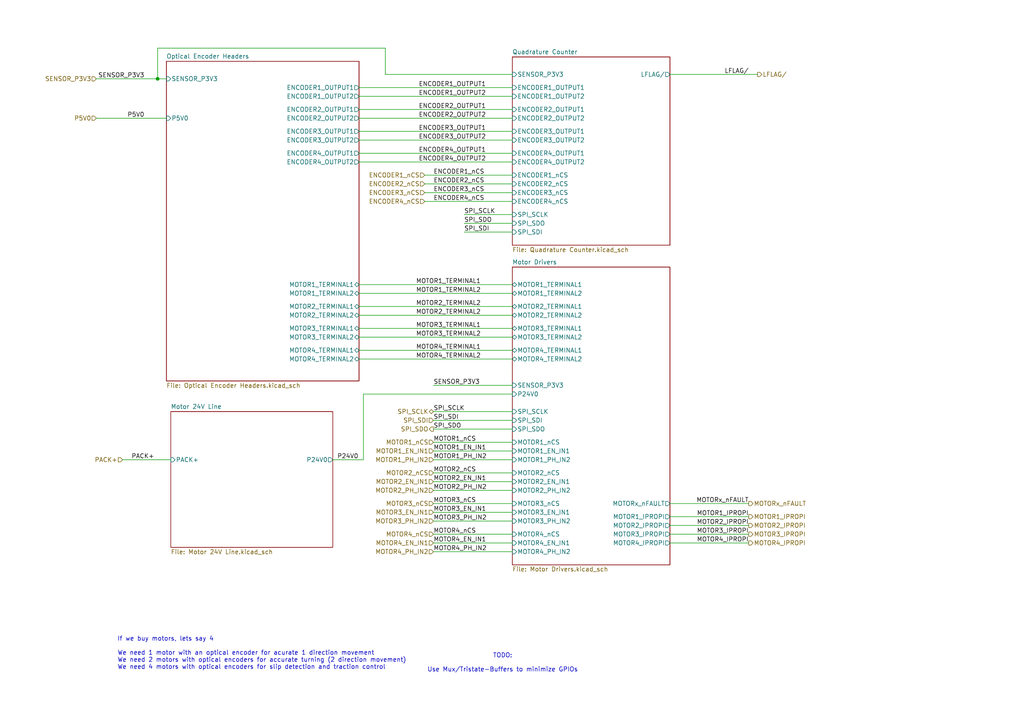
<source format=kicad_sch>
(kicad_sch
	(version 20250114)
	(generator "eeschema")
	(generator_version "9.0")
	(uuid "4991a986-9d09-4d9e-8471-32175883484a")
	(paper "A4")
	(lib_symbols)
	(text "TODO:\n\nUse Mux/Tristate-Buffers to minimize GPIOs"
		(exclude_from_sim no)
		(at 145.796 192.278 0)
		(effects
			(font
				(size 1.27 1.27)
			)
		)
		(uuid "6a83eb6b-1f0f-40a6-b3f0-25d28550323a")
	)
	(text "If we buy motors, lets say 4\n\nWe need 1 motor with an optical encoder for acurate 1 direction movement\nWe need 2 motors with optical encoders for accurate turning (2 direction movement)\nWe need 4 motors with optical encoders for slip detection and traction control"
		(exclude_from_sim no)
		(at 34.036 189.484 0)
		(effects
			(font
				(size 1.27 1.27)
			)
			(justify left)
		)
		(uuid "f35465f8-d1c9-4b7a-aa4e-541c0160a26d")
	)
	(junction
		(at 45.72 22.86)
		(diameter 0)
		(color 0 0 0 0)
		(uuid "3419bcc2-e27e-4f10-a850-2c764101b22e")
	)
	(wire
		(pts
			(xy 104.14 38.1) (xy 148.59 38.1)
		)
		(stroke
			(width 0)
			(type default)
		)
		(uuid "000fd51a-f307-41fb-9362-72de75732f55")
	)
	(wire
		(pts
			(xy 125.73 124.46) (xy 148.59 124.46)
		)
		(stroke
			(width 0)
			(type default)
		)
		(uuid "022cccd0-dd95-4675-bd8a-92feb1877e5c")
	)
	(wire
		(pts
			(xy 125.73 151.13) (xy 148.59 151.13)
		)
		(stroke
			(width 0)
			(type default)
		)
		(uuid "047f57c4-4582-4901-87a4-4c38c44cf897")
	)
	(wire
		(pts
			(xy 104.14 91.44) (xy 148.59 91.44)
		)
		(stroke
			(width 0)
			(type default)
		)
		(uuid "048b1ee7-b0ed-482f-b2fa-6e5cb43ef726")
	)
	(wire
		(pts
			(xy 27.94 34.29) (xy 48.26 34.29)
		)
		(stroke
			(width 0)
			(type default)
		)
		(uuid "089d1950-f881-4ff1-a065-6a2e00488dac")
	)
	(wire
		(pts
			(xy 134.62 64.77) (xy 148.59 64.77)
		)
		(stroke
			(width 0)
			(type default)
		)
		(uuid "093a2741-b083-4104-b8ed-0fcfaa82aa44")
	)
	(wire
		(pts
			(xy 45.72 13.97) (xy 111.76 13.97)
		)
		(stroke
			(width 0)
			(type default)
		)
		(uuid "2970bbb1-857e-4a45-9f9c-099ed880141d")
	)
	(wire
		(pts
			(xy 219.71 21.59) (xy 194.31 21.59)
		)
		(stroke
			(width 0)
			(type default)
		)
		(uuid "2ab6cc6e-6208-4e19-9c9b-85588775aeb6")
	)
	(wire
		(pts
			(xy 125.73 157.48) (xy 148.59 157.48)
		)
		(stroke
			(width 0)
			(type default)
		)
		(uuid "2ae57437-aa15-46da-a8ae-4bc0e0e33a5c")
	)
	(wire
		(pts
			(xy 125.73 146.05) (xy 148.59 146.05)
		)
		(stroke
			(width 0)
			(type default)
		)
		(uuid "2b05f6b9-3551-4570-9e5d-77cf4326d630")
	)
	(wire
		(pts
			(xy 123.19 55.88) (xy 148.59 55.88)
		)
		(stroke
			(width 0)
			(type default)
		)
		(uuid "2ecf0edc-c65b-4d3a-b9de-6c627a546299")
	)
	(wire
		(pts
			(xy 104.14 104.14) (xy 148.59 104.14)
		)
		(stroke
			(width 0)
			(type default)
		)
		(uuid "32f1d058-13bb-44b1-9dd5-42cdc75c7e4e")
	)
	(wire
		(pts
			(xy 104.14 97.79) (xy 148.59 97.79)
		)
		(stroke
			(width 0)
			(type default)
		)
		(uuid "3a5242a4-070c-47b0-9523-4a87cdc3b631")
	)
	(wire
		(pts
			(xy 45.72 13.97) (xy 45.72 22.86)
		)
		(stroke
			(width 0)
			(type default)
		)
		(uuid "3a78a50c-3f92-463e-b286-1670a510536f")
	)
	(wire
		(pts
			(xy 104.14 85.09) (xy 148.59 85.09)
		)
		(stroke
			(width 0)
			(type default)
		)
		(uuid "3bd9fc62-85d0-41f5-ae0b-84cc9413cb4b")
	)
	(wire
		(pts
			(xy 125.73 160.02) (xy 148.59 160.02)
		)
		(stroke
			(width 0)
			(type default)
		)
		(uuid "42a41212-ca3e-4505-9ad5-e323ec90e9ad")
	)
	(wire
		(pts
			(xy 123.19 53.34) (xy 148.59 53.34)
		)
		(stroke
			(width 0)
			(type default)
		)
		(uuid "4468fb1f-d3f1-4574-a295-7d8ac57bf91e")
	)
	(wire
		(pts
			(xy 104.14 95.25) (xy 148.59 95.25)
		)
		(stroke
			(width 0)
			(type default)
		)
		(uuid "4f01ab1c-ea0f-4df0-b068-d50fc0f14ca4")
	)
	(wire
		(pts
			(xy 125.73 128.27) (xy 148.59 128.27)
		)
		(stroke
			(width 0)
			(type default)
		)
		(uuid "4fda8030-435d-4283-945b-1a618f090174")
	)
	(wire
		(pts
			(xy 125.73 119.38) (xy 148.59 119.38)
		)
		(stroke
			(width 0)
			(type default)
		)
		(uuid "5415f94e-3049-4db5-a462-a072725fc56a")
	)
	(wire
		(pts
			(xy 125.73 121.92) (xy 148.59 121.92)
		)
		(stroke
			(width 0)
			(type default)
		)
		(uuid "5a7b0b4f-73e7-4ef4-b0f1-33dbdf63f823")
	)
	(wire
		(pts
			(xy 123.19 50.8) (xy 148.59 50.8)
		)
		(stroke
			(width 0)
			(type default)
		)
		(uuid "605835d0-ee82-41bc-a80b-7d9d32d6e185")
	)
	(wire
		(pts
			(xy 104.14 34.29) (xy 148.59 34.29)
		)
		(stroke
			(width 0)
			(type default)
		)
		(uuid "60e345c6-6f41-4478-8185-64a9742e6884")
	)
	(wire
		(pts
			(xy 194.31 152.4) (xy 217.17 152.4)
		)
		(stroke
			(width 0)
			(type default)
		)
		(uuid "6823aba5-5bb2-4b0e-aa36-5396383c7465")
	)
	(wire
		(pts
			(xy 111.76 13.97) (xy 111.76 21.59)
		)
		(stroke
			(width 0)
			(type default)
		)
		(uuid "751f224d-4a69-4a3d-867b-b4db84ead5e0")
	)
	(wire
		(pts
			(xy 123.19 58.42) (xy 148.59 58.42)
		)
		(stroke
			(width 0)
			(type default)
		)
		(uuid "75f1814e-25d1-4801-911c-2a6f9a1f7a1e")
	)
	(wire
		(pts
			(xy 194.31 157.48) (xy 217.17 157.48)
		)
		(stroke
			(width 0)
			(type default)
		)
		(uuid "766d5558-eaf0-4391-b721-250efad70796")
	)
	(wire
		(pts
			(xy 104.14 88.9) (xy 148.59 88.9)
		)
		(stroke
			(width 0)
			(type default)
		)
		(uuid "7bc73527-d85f-49e9-b994-ae7fca74d82d")
	)
	(wire
		(pts
			(xy 125.73 130.81) (xy 148.59 130.81)
		)
		(stroke
			(width 0)
			(type default)
		)
		(uuid "7dd3545a-6694-4425-96a2-1e0e6bc5320c")
	)
	(wire
		(pts
			(xy 105.41 114.3) (xy 148.59 114.3)
		)
		(stroke
			(width 0)
			(type default)
		)
		(uuid "81d7431d-fa6b-4ff0-9660-ced8059629ea")
	)
	(wire
		(pts
			(xy 27.94 22.86) (xy 45.72 22.86)
		)
		(stroke
			(width 0)
			(type default)
		)
		(uuid "88305302-3230-4aad-ac00-3d57b8871bc9")
	)
	(wire
		(pts
			(xy 104.14 82.55) (xy 148.59 82.55)
		)
		(stroke
			(width 0)
			(type default)
		)
		(uuid "8fad9d72-94e9-4ee2-9911-b2f6b73bce80")
	)
	(wire
		(pts
			(xy 104.14 25.4) (xy 148.59 25.4)
		)
		(stroke
			(width 0)
			(type default)
		)
		(uuid "957e4d2c-b58b-468c-991c-11a084ebe563")
	)
	(wire
		(pts
			(xy 194.31 149.86) (xy 217.17 149.86)
		)
		(stroke
			(width 0)
			(type default)
		)
		(uuid "965596b9-d61f-4de9-a68e-f42334ae47c3")
	)
	(wire
		(pts
			(xy 125.73 111.76) (xy 148.59 111.76)
		)
		(stroke
			(width 0)
			(type default)
		)
		(uuid "a1b65faf-d2a0-487b-8729-9ad1460fce0d")
	)
	(wire
		(pts
			(xy 104.14 44.45) (xy 148.59 44.45)
		)
		(stroke
			(width 0)
			(type default)
		)
		(uuid "a9cd6c78-36eb-40a7-a57e-8101909ca647")
	)
	(wire
		(pts
			(xy 104.14 27.94) (xy 148.59 27.94)
		)
		(stroke
			(width 0)
			(type default)
		)
		(uuid "ab653d37-60e7-49f8-94d5-1d693fdc40b7")
	)
	(wire
		(pts
			(xy 45.72 22.86) (xy 48.26 22.86)
		)
		(stroke
			(width 0)
			(type default)
		)
		(uuid "aba86a02-274b-4b9a-87b7-abdcab234a31")
	)
	(wire
		(pts
			(xy 125.73 137.16) (xy 148.59 137.16)
		)
		(stroke
			(width 0)
			(type default)
		)
		(uuid "ad551c9f-179b-4a29-b597-71664ed8f1dc")
	)
	(wire
		(pts
			(xy 105.41 114.3) (xy 105.41 133.35)
		)
		(stroke
			(width 0)
			(type default)
		)
		(uuid "b08dcd69-dc82-4350-a559-45095ccefe08")
	)
	(wire
		(pts
			(xy 134.62 67.31) (xy 148.59 67.31)
		)
		(stroke
			(width 0)
			(type default)
		)
		(uuid "bfe5bee1-4781-4517-870b-01101bc64053")
	)
	(wire
		(pts
			(xy 125.73 139.7) (xy 148.59 139.7)
		)
		(stroke
			(width 0)
			(type default)
		)
		(uuid "c38449ca-603e-4a12-8ceb-5e80fdcf895b")
	)
	(wire
		(pts
			(xy 104.14 40.64) (xy 148.59 40.64)
		)
		(stroke
			(width 0)
			(type default)
		)
		(uuid "c63839cc-63cd-4598-aea5-26c422d6ace0")
	)
	(wire
		(pts
			(xy 125.73 148.59) (xy 148.59 148.59)
		)
		(stroke
			(width 0)
			(type default)
		)
		(uuid "c94e321a-41f7-4274-86fb-6c5dd713b021")
	)
	(wire
		(pts
			(xy 194.31 154.94) (xy 217.17 154.94)
		)
		(stroke
			(width 0)
			(type default)
		)
		(uuid "ce712094-ca9e-449f-90de-318a1394cbbb")
	)
	(wire
		(pts
			(xy 104.14 31.75) (xy 148.59 31.75)
		)
		(stroke
			(width 0)
			(type default)
		)
		(uuid "d0625633-3c2a-4da7-b3f3-924c7fb1446e")
	)
	(wire
		(pts
			(xy 104.14 101.6) (xy 148.59 101.6)
		)
		(stroke
			(width 0)
			(type default)
		)
		(uuid "d916d5c2-beaf-4ed2-9446-c98ae12811d1")
	)
	(wire
		(pts
			(xy 105.41 133.35) (xy 96.52 133.35)
		)
		(stroke
			(width 0)
			(type default)
		)
		(uuid "dc8db895-83d7-4e2d-82d6-4fa960de9ab1")
	)
	(wire
		(pts
			(xy 125.73 154.94) (xy 148.59 154.94)
		)
		(stroke
			(width 0)
			(type default)
		)
		(uuid "dfcf66dd-f22d-4add-be0e-afde6b101cc9")
	)
	(wire
		(pts
			(xy 125.73 142.24) (xy 148.59 142.24)
		)
		(stroke
			(width 0)
			(type default)
		)
		(uuid "e52300df-4a9b-41d9-8004-2ed0daa726ca")
	)
	(wire
		(pts
			(xy 111.76 21.59) (xy 148.59 21.59)
		)
		(stroke
			(width 0)
			(type default)
		)
		(uuid "e551a7a5-e033-41b9-ae59-71aa2f746eec")
	)
	(wire
		(pts
			(xy 134.62 62.23) (xy 148.59 62.23)
		)
		(stroke
			(width 0)
			(type default)
		)
		(uuid "ed0184da-24dd-4d98-917d-e160502f725b")
	)
	(wire
		(pts
			(xy 35.56 133.35) (xy 49.53 133.35)
		)
		(stroke
			(width 0)
			(type default)
		)
		(uuid "ed63d4ad-5c78-4d75-a80a-b71069ab48c9")
	)
	(wire
		(pts
			(xy 104.14 46.99) (xy 148.59 46.99)
		)
		(stroke
			(width 0)
			(type default)
		)
		(uuid "f190514e-6668-46d4-83bf-d5af27118fd1")
	)
	(wire
		(pts
			(xy 125.73 133.35) (xy 148.59 133.35)
		)
		(stroke
			(width 0)
			(type default)
		)
		(uuid "f8dcb3c6-cbcc-4a9e-9a1f-aef195e53096")
	)
	(wire
		(pts
			(xy 194.31 146.05) (xy 217.17 146.05)
		)
		(stroke
			(width 0)
			(type default)
		)
		(uuid "fc3d4272-037f-48f0-9056-bf003fa9222f")
	)
	(label "MOTORx_nFAULT"
		(at 217.17 146.05 180)
		(effects
			(font
				(size 1.27 1.27)
			)
			(justify right bottom)
		)
		(uuid "028b815a-eba8-4b80-a7bf-0a6651176087")
	)
	(label "ENCODER3_OUTPUT2"
		(at 140.97 40.64 180)
		(effects
			(font
				(size 1.27 1.27)
			)
			(justify right bottom)
		)
		(uuid "0684e784-2672-4be2-ac2d-ba951a7c4de8")
	)
	(label "SPI_SDO"
		(at 125.73 124.46 0)
		(effects
			(font
				(size 1.27 1.27)
			)
			(justify left bottom)
		)
		(uuid "0e15c5cb-3161-40d0-b871-9f649e0ad22a")
	)
	(label "MOTOR4_nCS"
		(at 125.73 154.94 0)
		(effects
			(font
				(size 1.27 1.27)
			)
			(justify left bottom)
		)
		(uuid "12297a74-6857-429f-827a-a0cb4ecf5767")
	)
	(label "MOTOR3_IPROPI"
		(at 217.17 154.94 180)
		(effects
			(font
				(size 1.27 1.27)
			)
			(justify right bottom)
		)
		(uuid "20323d98-1dc6-4ae6-9bd9-047772b136ea")
	)
	(label "MOTOR2_nCS"
		(at 125.73 137.16 0)
		(effects
			(font
				(size 1.27 1.27)
			)
			(justify left bottom)
		)
		(uuid "31185220-cb2a-45e1-9298-04f2cbe62de9")
	)
	(label "ENCODER2_nCS"
		(at 125.73 53.34 0)
		(effects
			(font
				(size 1.27 1.27)
			)
			(justify left bottom)
		)
		(uuid "32387627-0550-424e-8101-545a1aecd3ec")
	)
	(label "ENCODER1_OUTPUT1"
		(at 140.97 25.4 180)
		(effects
			(font
				(size 1.27 1.27)
			)
			(justify right bottom)
		)
		(uuid "34f9bcdb-90e9-4999-9881-d8afb215d143")
	)
	(label "ENCODER4_OUTPUT1"
		(at 140.97 44.45 180)
		(effects
			(font
				(size 1.27 1.27)
			)
			(justify right bottom)
		)
		(uuid "3a4d0844-d24e-4c9c-916a-b5e3fa4c39af")
	)
	(label "ENCODER4_OUTPUT2"
		(at 140.97 46.99 180)
		(effects
			(font
				(size 1.27 1.27)
			)
			(justify right bottom)
		)
		(uuid "3de280ca-1a4c-43c0-b3f7-4ce042ef52c6")
	)
	(label "P5V0"
		(at 41.91 34.29 180)
		(effects
			(font
				(size 1.27 1.27)
			)
			(justify right bottom)
		)
		(uuid "4c207c98-a8e1-4932-af34-67aedd494c40")
	)
	(label "SPI_SDO"
		(at 134.62 64.77 0)
		(effects
			(font
				(size 1.27 1.27)
			)
			(justify left bottom)
		)
		(uuid "4f8c263a-0f78-44d9-bfd2-5efedaf87ced")
	)
	(label "ENCODER3_nCS"
		(at 125.73 55.88 0)
		(effects
			(font
				(size 1.27 1.27)
			)
			(justify left bottom)
		)
		(uuid "504e990c-ff54-4f99-81a4-8b79e8994551")
	)
	(label "MOTOR1_IPROPI"
		(at 217.17 149.86 180)
		(effects
			(font
				(size 1.27 1.27)
			)
			(justify right bottom)
		)
		(uuid "571668fc-c9a4-46c8-b983-31c2107d336a")
	)
	(label "SPI_SCLK"
		(at 125.73 119.38 0)
		(effects
			(font
				(size 1.27 1.27)
			)
			(justify left bottom)
		)
		(uuid "63a02050-18b0-40f4-895c-b4a8dd602456")
	)
	(label "MOTOR4_PH_IN2"
		(at 125.73 160.02 0)
		(effects
			(font
				(size 1.27 1.27)
			)
			(justify left bottom)
		)
		(uuid "69737e16-1e72-4feb-a9f9-41946e0f85cd")
	)
	(label "ENCODER2_OUTPUT1"
		(at 140.97 31.75 180)
		(effects
			(font
				(size 1.27 1.27)
			)
			(justify right bottom)
		)
		(uuid "6e8c5ae4-fce9-46c3-bc11-1b86650b3112")
	)
	(label "SPI_SCLK"
		(at 134.62 62.23 0)
		(effects
			(font
				(size 1.27 1.27)
			)
			(justify left bottom)
		)
		(uuid "78d817e0-e008-4c1b-b093-4f7fbed92eba")
	)
	(label "MOTOR1_TERMINAL1"
		(at 120.65 82.55 0)
		(effects
			(font
				(size 1.27 1.27)
			)
			(justify left bottom)
		)
		(uuid "87e4b38b-e781-4eaf-950d-bf8ca4a6ece2")
	)
	(label "MOTOR1_nCS"
		(at 125.73 128.27 0)
		(effects
			(font
				(size 1.27 1.27)
			)
			(justify left bottom)
		)
		(uuid "88fa16e6-dbd6-4af1-a1b4-8882ff3c4974")
	)
	(label "SPI_SDI"
		(at 134.62 67.31 0)
		(effects
			(font
				(size 1.27 1.27)
			)
			(justify left bottom)
		)
		(uuid "8aacee65-cb50-4f31-b8be-0084857bebfd")
	)
	(label "MOTOR2_EN_IN1"
		(at 125.73 139.7 0)
		(effects
			(font
				(size 1.27 1.27)
			)
			(justify left bottom)
		)
		(uuid "8e8cb18d-9b27-4c66-8e5a-8eec287dd054")
	)
	(label "LFLAG{slash}"
		(at 217.17 21.59 180)
		(effects
			(font
				(size 1.27 1.27)
			)
			(justify right bottom)
		)
		(uuid "94168781-ba32-4d09-a73d-8e332a68dc91")
	)
	(label "ENCODER3_OUTPUT1"
		(at 140.97 38.1 180)
		(effects
			(font
				(size 1.27 1.27)
			)
			(justify right bottom)
		)
		(uuid "9a1ef88b-b5b3-4133-b066-cd976b10b613")
	)
	(label "SENSOR_P3V3"
		(at 41.91 22.86 180)
		(effects
			(font
				(size 1.27 1.27)
			)
			(justify right bottom)
		)
		(uuid "9bb9605e-9520-4c0f-b2a9-8954fddb7caf")
	)
	(label "P24V0"
		(at 97.79 133.35 0)
		(effects
			(font
				(size 1.27 1.27)
			)
			(justify left bottom)
		)
		(uuid "a1caf3d0-fa70-41e1-b252-fdabefd1a7df")
	)
	(label "MOTOR2_TERMINAL2"
		(at 120.65 88.9 0)
		(effects
			(font
				(size 1.27 1.27)
			)
			(justify left bottom)
		)
		(uuid "a34918f7-8761-4b13-80f2-fe0cc60f755f")
	)
	(label "SENSOR_P3V3"
		(at 125.73 111.76 0)
		(effects
			(font
				(size 1.27 1.27)
			)
			(justify left bottom)
		)
		(uuid "a525bf2d-aceb-4910-aa5d-9bd89dc5cd8c")
	)
	(label "MOTOR1_EN_IN1"
		(at 125.73 130.81 0)
		(effects
			(font
				(size 1.27 1.27)
			)
			(justify left bottom)
		)
		(uuid "a88d8e47-d2e5-4f23-85ba-a194f31039fe")
	)
	(label "MOTOR2_IPROPI"
		(at 217.17 152.4 180)
		(effects
			(font
				(size 1.27 1.27)
			)
			(justify right bottom)
		)
		(uuid "a9045720-2215-45b2-a1f5-3910f3e65888")
	)
	(label "MOTOR3_nCS"
		(at 125.73 146.05 0)
		(effects
			(font
				(size 1.27 1.27)
			)
			(justify left bottom)
		)
		(uuid "ab469efc-c1cd-444c-aaac-6c0c766de98a")
	)
	(label "ENCODER1_nCS"
		(at 125.73 50.8 0)
		(effects
			(font
				(size 1.27 1.27)
			)
			(justify left bottom)
		)
		(uuid "af67ed2d-07d2-4598-aa15-c5ad493e5c63")
	)
	(label "MOTOR4_TERMINAL1"
		(at 120.65 101.6 0)
		(effects
			(font
				(size 1.27 1.27)
			)
			(justify left bottom)
		)
		(uuid "b85efd4b-1123-4405-a880-4c32ca3665b0")
	)
	(label "MOTOR4_TERMINAL2"
		(at 120.65 104.14 0)
		(effects
			(font
				(size 1.27 1.27)
			)
			(justify left bottom)
		)
		(uuid "ca19d3b5-2065-4bc8-8703-4d0aa008e5a5")
	)
	(label "MOTOR2_PH_IN2"
		(at 125.73 142.24 0)
		(effects
			(font
				(size 1.27 1.27)
			)
			(justify left bottom)
		)
		(uuid "d867b444-a1b1-40aa-b644-d268d0ca0371")
	)
	(label "ENCODER4_nCS"
		(at 125.73 58.42 0)
		(effects
			(font
				(size 1.27 1.27)
			)
			(justify left bottom)
		)
		(uuid "d95da15a-2516-443c-b08f-c52edc1b7b30")
	)
	(label "MOTOR4_IPROPI"
		(at 217.17 157.48 180)
		(effects
			(font
				(size 1.27 1.27)
			)
			(justify right bottom)
		)
		(uuid "da430ace-28c1-4e04-b660-04d19bd67e26")
	)
	(label "ENCODER2_OUTPUT2"
		(at 140.97 34.29 180)
		(effects
			(font
				(size 1.27 1.27)
			)
			(justify right bottom)
		)
		(uuid "dc0439e8-4159-473e-b240-c84dcec8b10c")
	)
	(label "MOTOR1_PH_IN2"
		(at 125.73 133.35 0)
		(effects
			(font
				(size 1.27 1.27)
			)
			(justify left bottom)
		)
		(uuid "decbbec2-ef45-4564-b873-e64f90e957d2")
	)
	(label "SPI_SDI"
		(at 125.73 121.92 0)
		(effects
			(font
				(size 1.27 1.27)
			)
			(justify left bottom)
		)
		(uuid "e167187f-587f-4c93-9c47-0d602e6c4a7a")
	)
	(label "MOTOR3_TERMINAL2"
		(at 120.65 97.79 0)
		(effects
			(font
				(size 1.27 1.27)
			)
			(justify left bottom)
		)
		(uuid "e43d1fff-56b5-4c38-8757-c14897894125")
	)
	(label "MOTOR4_EN_IN1"
		(at 125.73 157.48 0)
		(effects
			(font
				(size 1.27 1.27)
			)
			(justify left bottom)
		)
		(uuid "e5e6bbc4-4aff-4ac1-9739-267dfd05418f")
	)
	(label "PACK+"
		(at 38.1 133.35 0)
		(effects
			(font
				(size 1.27 1.27)
			)
			(justify left bottom)
		)
		(uuid "e669ffbc-0abc-4379-b427-fc0740188ed6")
	)
	(label "MOTOR2_TERMINAL2"
		(at 120.65 91.44 0)
		(effects
			(font
				(size 1.27 1.27)
			)
			(justify left bottom)
		)
		(uuid "e78a75af-c8db-4a31-9ebd-66bb63a12f11")
	)
	(label "MOTOR3_EN_IN1"
		(at 125.73 148.59 0)
		(effects
			(font
				(size 1.27 1.27)
			)
			(justify left bottom)
		)
		(uuid "ee58bec8-dd85-48db-959f-a629743db92e")
	)
	(label "MOTOR3_PH_IN2"
		(at 125.73 151.13 0)
		(effects
			(font
				(size 1.27 1.27)
			)
			(justify left bottom)
		)
		(uuid "f42d51ac-c95d-4796-9d70-1646d2c0c108")
	)
	(label "ENCODER1_OUTPUT2"
		(at 140.97 27.94 180)
		(effects
			(font
				(size 1.27 1.27)
			)
			(justify right bottom)
		)
		(uuid "f75e44bd-4199-46c8-a243-6896c53ec3ad")
	)
	(label "MOTOR3_TERMINAL1"
		(at 120.65 95.25 0)
		(effects
			(font
				(size 1.27 1.27)
			)
			(justify left bottom)
		)
		(uuid "f81aa3ba-d4e1-421f-b077-2b7bd5f7bcc8")
	)
	(label "MOTOR1_TERMINAL2"
		(at 120.65 85.09 0)
		(effects
			(font
				(size 1.27 1.27)
			)
			(justify left bottom)
		)
		(uuid "fdefe516-6a0f-4ad9-9f18-72896965d9ac")
	)
	(hierarchical_label "MOTOR1_nCS"
		(shape input)
		(at 125.73 128.27 180)
		(effects
			(font
				(size 1.27 1.27)
			)
			(justify right)
		)
		(uuid "05b7916f-2989-45e7-88c8-b41748ea3485")
	)
	(hierarchical_label "SPI_SDI"
		(shape input)
		(at 125.73 121.92 180)
		(effects
			(font
				(size 1.27 1.27)
			)
			(justify right)
		)
		(uuid "07ee3fb7-8cf6-4b3d-914f-cd535bdef8ff")
	)
	(hierarchical_label "MOTOR2_PH_IN2"
		(shape input)
		(at 125.73 142.24 180)
		(effects
			(font
				(size 1.27 1.27)
			)
			(justify right)
		)
		(uuid "12a958d1-fd07-4d3a-ad52-0d338c1bf8d4")
	)
	(hierarchical_label "MOTOR3_EN_IN1"
		(shape input)
		(at 125.73 148.59 180)
		(effects
			(font
				(size 1.27 1.27)
			)
			(justify right)
		)
		(uuid "1498ae1c-ccce-4367-98a8-fdd2a4e8b273")
	)
	(hierarchical_label "MOTORx_nFAULT"
		(shape output)
		(at 217.17 146.05 0)
		(effects
			(font
				(size 1.27 1.27)
			)
			(justify left)
		)
		(uuid "1c911653-a172-4e24-a07d-4b543163ef47")
	)
	(hierarchical_label "LFLAG{slash}"
		(shape output)
		(at 219.71 21.59 0)
		(effects
			(font
				(size 1.27 1.27)
			)
			(justify left)
		)
		(uuid "1e24d10d-e65f-42e3-b468-bd18b1eaf45e")
	)
	(hierarchical_label "SENSOR_P3V3"
		(shape input)
		(at 27.94 22.86 180)
		(effects
			(font
				(size 1.27 1.27)
			)
			(justify right)
		)
		(uuid "206193e6-f106-4446-a897-cf48a5b2727b")
	)
	(hierarchical_label "ENCODER2_nCS"
		(shape input)
		(at 123.19 53.34 180)
		(effects
			(font
				(size 1.27 1.27)
			)
			(justify right)
		)
		(uuid "2807c859-af0c-4126-a30a-fe50adc85974")
	)
	(hierarchical_label "MOTOR3_PH_IN2"
		(shape input)
		(at 125.73 151.13 180)
		(effects
			(font
				(size 1.27 1.27)
			)
			(justify right)
		)
		(uuid "2b9ab3c4-15db-42b5-bc5b-7d649e12bafd")
	)
	(hierarchical_label "MOTOR4_IPROPI"
		(shape output)
		(at 217.17 157.48 0)
		(effects
			(font
				(size 1.27 1.27)
			)
			(justify left)
		)
		(uuid "301bfcc6-0cf1-4478-8555-be1c0a95fd41")
	)
	(hierarchical_label "P5V0"
		(shape input)
		(at 27.94 34.29 180)
		(effects
			(font
				(size 1.27 1.27)
			)
			(justify right)
		)
		(uuid "31e9c517-439c-4a9c-a5ed-1dfc253bde6a")
	)
	(hierarchical_label "MOTOR1_IPROPI"
		(shape output)
		(at 217.17 149.86 0)
		(effects
			(font
				(size 1.27 1.27)
			)
			(justify left)
		)
		(uuid "39c6419d-9ddb-417a-8089-aaf2d06746fe")
	)
	(hierarchical_label "SPI_SDO"
		(shape output)
		(at 125.73 124.46 180)
		(effects
			(font
				(size 1.27 1.27)
			)
			(justify right)
		)
		(uuid "5049c93a-a5c0-4884-978e-bd7d32fe3c2a")
	)
	(hierarchical_label "MOTOR2_EN_IN1"
		(shape input)
		(at 125.73 139.7 180)
		(effects
			(font
				(size 1.27 1.27)
			)
			(justify right)
		)
		(uuid "5a4802a8-29d7-40e4-aa78-af679cf85916")
	)
	(hierarchical_label "MOTOR1_EN_IN1"
		(shape input)
		(at 125.73 130.81 180)
		(effects
			(font
				(size 1.27 1.27)
			)
			(justify right)
		)
		(uuid "6a2db273-981c-4ccd-9a2d-05bdff976f05")
	)
	(hierarchical_label "ENCODER3_nCS"
		(shape input)
		(at 123.19 55.88 180)
		(effects
			(font
				(size 1.27 1.27)
			)
			(justify right)
		)
		(uuid "8b4471ee-de70-46a7-a0d2-a7be03f0cf6c")
	)
	(hierarchical_label "MOTOR2_nCS"
		(shape input)
		(at 125.73 137.16 180)
		(effects
			(font
				(size 1.27 1.27)
			)
			(justify right)
		)
		(uuid "9a923db6-2920-47f1-b2b2-70e594ee5b64")
	)
	(hierarchical_label "MOTOR2_IPROPI"
		(shape output)
		(at 217.17 152.4 0)
		(effects
			(font
				(size 1.27 1.27)
			)
			(justify left)
		)
		(uuid "9d223bae-2e0c-4e0c-989c-e82418e73da0")
	)
	(hierarchical_label "PACK+"
		(shape input)
		(at 35.56 133.35 180)
		(effects
			(font
				(size 1.27 1.27)
			)
			(justify right)
		)
		(uuid "9e661250-c958-4b2c-95ab-417a09fb3606")
	)
	(hierarchical_label "MOTOR1_PH_IN2"
		(shape input)
		(at 125.73 133.35 180)
		(effects
			(font
				(size 1.27 1.27)
			)
			(justify right)
		)
		(uuid "a43b9150-fd85-4b85-beb8-7cc2ef3d61ea")
	)
	(hierarchical_label "MOTOR4_PH_IN2"
		(shape input)
		(at 125.73 160.02 180)
		(effects
			(font
				(size 1.27 1.27)
			)
			(justify right)
		)
		(uuid "c1410b52-8440-4674-9373-e3119bbaa7ca")
	)
	(hierarchical_label "MOTOR4_nCS"
		(shape input)
		(at 125.73 154.94 180)
		(effects
			(font
				(size 1.27 1.27)
			)
			(justify right)
		)
		(uuid "c48a4bd4-d0aa-41f8-9420-a911de5b22c6")
	)
	(hierarchical_label "ENCODER1_nCS"
		(shape input)
		(at 123.19 50.8 180)
		(effects
			(font
				(size 1.27 1.27)
			)
			(justify right)
		)
		(uuid "e16f3192-5e45-4485-a012-db292ca52281")
	)
	(hierarchical_label "MOTOR3_nCS"
		(shape input)
		(at 125.73 146.05 180)
		(effects
			(font
				(size 1.27 1.27)
			)
			(justify right)
		)
		(uuid "e33d62a1-77b2-4b96-9ea9-fb17ce4ff18d")
	)
	(hierarchical_label "MOTOR3_IPROPI"
		(shape output)
		(at 217.17 154.94 0)
		(effects
			(font
				(size 1.27 1.27)
			)
			(justify left)
		)
		(uuid "e8b8c633-30ab-4e82-8dc0-290d8ccd2d65")
	)
	(hierarchical_label "ENCODER4_nCS"
		(shape input)
		(at 123.19 58.42 180)
		(effects
			(font
				(size 1.27 1.27)
			)
			(justify right)
		)
		(uuid "f4507aae-876f-4c80-a063-f8acc7c1db01")
	)
	(hierarchical_label "SPI_SCLK"
		(shape bidirectional)
		(at 125.73 119.38 180)
		(effects
			(font
				(size 1.27 1.27)
			)
			(justify right)
		)
		(uuid "fc6d1955-680a-4ab8-9d6e-260f21590ad8")
	)
	(hierarchical_label "MOTOR4_EN_IN1"
		(shape input)
		(at 125.73 157.48 180)
		(effects
			(font
				(size 1.27 1.27)
			)
			(justify right)
		)
		(uuid "fe243948-7060-41a7-9c94-0ea49fe8eb85")
	)
	(sheet
		(at 148.59 77.47)
		(size 45.72 86.36)
		(exclude_from_sim no)
		(in_bom yes)
		(on_board yes)
		(dnp no)
		(stroke
			(width 0.1524)
			(type solid)
		)
		(fill
			(color 0 0 0 0.0000)
		)
		(uuid "07712c52-f5ae-4a00-8c08-8de30640eab9")
		(property "Sheetname" "Motor Drivers"
			(at 148.59 76.7584 0)
			(effects
				(font
					(size 1.27 1.27)
				)
				(justify left bottom)
			)
		)
		(property "Sheetfile" "Motor Drivers.kicad_sch"
			(at 148.59 164.338 0)
			(effects
				(font
					(size 1.27 1.27)
				)
				(justify left top)
			)
		)
		(pin "MOTOR2_TERMINAL2" bidirectional
			(at 148.59 91.44 180)
			(uuid "5fee02a5-3189-45da-a6e8-59a11e192f5f")
			(effects
				(font
					(size 1.27 1.27)
				)
				(justify left)
			)
		)
		(pin "MOTOR1_TERMINAL1" bidirectional
			(at 148.59 82.55 180)
			(uuid "11cae11a-0db8-49ce-970a-ab2576cddff2")
			(effects
				(font
					(size 1.27 1.27)
				)
				(justify left)
			)
		)
		(pin "MOTOR3_TERMINAL1" bidirectional
			(at 148.59 95.25 180)
			(uuid "ed6bc6a2-3033-46ba-9321-dc99470532a8")
			(effects
				(font
					(size 1.27 1.27)
				)
				(justify left)
			)
		)
		(pin "MOTOR4_TERMINAL2" bidirectional
			(at 148.59 104.14 180)
			(uuid "cd172a82-09f4-41f9-b7dc-1ba07482f661")
			(effects
				(font
					(size 1.27 1.27)
				)
				(justify left)
			)
		)
		(pin "MOTOR3_TERMINAL2" bidirectional
			(at 148.59 97.79 180)
			(uuid "3cf38eec-7aea-4bf2-a52f-6e29535bb001")
			(effects
				(font
					(size 1.27 1.27)
				)
				(justify left)
			)
		)
		(pin "MOTOR2_TERMINAL1" bidirectional
			(at 148.59 88.9 180)
			(uuid "2febad10-c84f-49e5-9e33-37e61f230e67")
			(effects
				(font
					(size 1.27 1.27)
				)
				(justify left)
			)
		)
		(pin "MOTOR4_TERMINAL1" bidirectional
			(at 148.59 101.6 180)
			(uuid "990700cd-c228-4e9b-b678-28902bb29469")
			(effects
				(font
					(size 1.27 1.27)
				)
				(justify left)
			)
		)
		(pin "MOTOR1_TERMINAL2" bidirectional
			(at 148.59 85.09 180)
			(uuid "8bcf5b94-1585-4ec8-88e7-e8245c8c52ef")
			(effects
				(font
					(size 1.27 1.27)
				)
				(justify left)
			)
		)
		(pin "P24V0" input
			(at 148.59 114.3 180)
			(uuid "fa83945c-46fa-4863-8928-cd517b091743")
			(effects
				(font
					(size 1.27 1.27)
				)
				(justify left)
			)
		)
		(pin "SENSOR_P3V3" input
			(at 148.59 111.76 180)
			(uuid "091a8c1f-9e04-499d-b87f-d31ebf140f56")
			(effects
				(font
					(size 1.27 1.27)
				)
				(justify left)
			)
		)
		(pin "MOTOR1_PH_IN2" input
			(at 148.59 133.35 180)
			(uuid "a176735b-dd5d-48e3-8f88-dc48508c15cf")
			(effects
				(font
					(size 1.27 1.27)
				)
				(justify left)
			)
		)
		(pin "MOTOR1_EN_IN1" input
			(at 148.59 130.81 180)
			(uuid "d1fdfe4a-5980-4b6b-8883-a8788bbc8ac5")
			(effects
				(font
					(size 1.27 1.27)
				)
				(justify left)
			)
		)
		(pin "MOTOR1_IPROPI" output
			(at 194.31 149.86 0)
			(uuid "6f60d0eb-89a4-480c-b63b-2912489dcd31")
			(effects
				(font
					(size 1.27 1.27)
				)
				(justify right)
			)
		)
		(pin "SPI_SCLK" input
			(at 148.59 119.38 180)
			(uuid "5b95c208-5f52-4197-989a-78d4ac34d1da")
			(effects
				(font
					(size 1.27 1.27)
				)
				(justify left)
			)
		)
		(pin "SPI_SDI" input
			(at 148.59 121.92 180)
			(uuid "6f0df5ef-7120-46fe-865b-3a43d279983b")
			(effects
				(font
					(size 1.27 1.27)
				)
				(justify left)
			)
		)
		(pin "SPI_SDO" input
			(at 148.59 124.46 180)
			(uuid "696973ca-0202-4c54-b652-9a4ae778700a")
			(effects
				(font
					(size 1.27 1.27)
				)
				(justify left)
			)
		)
		(pin "MOTOR1_nCS" input
			(at 148.59 128.27 180)
			(uuid "7882445d-094a-4953-8954-790677d3728f")
			(effects
				(font
					(size 1.27 1.27)
				)
				(justify left)
			)
		)
		(pin "MOTOR2_nCS" input
			(at 148.59 137.16 180)
			(uuid "ea914852-071b-4eba-a851-8920badfeda8")
			(effects
				(font
					(size 1.27 1.27)
				)
				(justify left)
			)
		)
		(pin "MOTOR2_PH_IN2" input
			(at 148.59 142.24 180)
			(uuid "548ba357-df14-4c5c-9a53-89fc67e79187")
			(effects
				(font
					(size 1.27 1.27)
				)
				(justify left)
			)
		)
		(pin "MOTOR2_EN_IN1" input
			(at 148.59 139.7 180)
			(uuid "560a2dd1-5ece-4ed1-aa65-97c69a1e8278")
			(effects
				(font
					(size 1.27 1.27)
				)
				(justify left)
			)
		)
		(pin "MOTOR2_IPROPI" output
			(at 194.31 152.4 0)
			(uuid "afcd501e-c3da-4e93-ad77-029d745e8682")
			(effects
				(font
					(size 1.27 1.27)
				)
				(justify right)
			)
		)
		(pin "MOTOR3_nCS" input
			(at 148.59 146.05 180)
			(uuid "46e483a3-e306-4edb-be26-f46cbb05f904")
			(effects
				(font
					(size 1.27 1.27)
				)
				(justify left)
			)
		)
		(pin "MOTOR3_PH_IN2" input
			(at 148.59 151.13 180)
			(uuid "9345cee8-5baa-49fd-9f90-8ec0ce0ee0a2")
			(effects
				(font
					(size 1.27 1.27)
				)
				(justify left)
			)
		)
		(pin "MOTOR3_EN_IN1" input
			(at 148.59 148.59 180)
			(uuid "48a3a48b-800a-44a0-82d3-c4c3847c9f07")
			(effects
				(font
					(size 1.27 1.27)
				)
				(justify left)
			)
		)
		(pin "MOTOR3_IPROPI" output
			(at 194.31 154.94 0)
			(uuid "8d94a519-8d10-4d61-a754-7c45759e7f8f")
			(effects
				(font
					(size 1.27 1.27)
				)
				(justify right)
			)
		)
		(pin "MOTOR4_nCS" input
			(at 148.59 154.94 180)
			(uuid "1396ffe3-489c-4f36-8669-9e96ec34b924")
			(effects
				(font
					(size 1.27 1.27)
				)
				(justify left)
			)
		)
		(pin "MOTOR4_PH_IN2" input
			(at 148.59 160.02 180)
			(uuid "704a61d4-464e-40b7-8bdb-a94d393c57f6")
			(effects
				(font
					(size 1.27 1.27)
				)
				(justify left)
			)
		)
		(pin "MOTOR4_EN_IN1" input
			(at 148.59 157.48 180)
			(uuid "82e36966-5172-4184-b0f3-c7ef906899fe")
			(effects
				(font
					(size 1.27 1.27)
				)
				(justify left)
			)
		)
		(pin "MOTOR4_IPROPI" output
			(at 194.31 157.48 0)
			(uuid "fbe909cb-be21-40ed-95ae-200570164f75")
			(effects
				(font
					(size 1.27 1.27)
				)
				(justify right)
			)
		)
		(pin "MOTORx_nFAULT" output
			(at 194.31 146.05 0)
			(uuid "e03b8114-cea7-44cc-9f5e-417741c5662d")
			(effects
				(font
					(size 1.27 1.27)
				)
				(justify right)
			)
		)
		(instances
			(project "STAR"
				(path "/fc8533bc-25dd-4c20-9b4c-ffebebd6739b/f73d6367-f3ba-42df-a3ea-bd155f1c219f"
					(page "25")
				)
			)
		)
	)
	(sheet
		(at 148.59 16.51)
		(size 45.72 54.61)
		(exclude_from_sim no)
		(in_bom yes)
		(on_board yes)
		(dnp no)
		(fields_autoplaced yes)
		(stroke
			(width 0.1524)
			(type solid)
		)
		(fill
			(color 0 0 0 0.0000)
		)
		(uuid "12bd6774-3c71-41d8-bbdc-bae46e746955")
		(property "Sheetname" "Quadrature Counter"
			(at 148.59 15.7984 0)
			(effects
				(font
					(size 1.27 1.27)
				)
				(justify left bottom)
			)
		)
		(property "Sheetfile" "Quadrature Counter.kicad_sch"
			(at 148.59 71.7046 0)
			(effects
				(font
					(size 1.27 1.27)
				)
				(justify left top)
			)
		)
		(pin "ENCODER3_OUTPUT1" input
			(at 148.59 38.1 180)
			(uuid "3fccfdbe-dbdd-4f96-8b1a-9e07dd9f67e9")
			(effects
				(font
					(size 1.27 1.27)
				)
				(justify left)
			)
		)
		(pin "ENCODER1_OUTPUT1" input
			(at 148.59 25.4 180)
			(uuid "e7baa835-28cb-432f-bdb5-85a8d9f4c47b")
			(effects
				(font
					(size 1.27 1.27)
				)
				(justify left)
			)
		)
		(pin "ENCODER4_OUTPUT2" input
			(at 148.59 46.99 180)
			(uuid "e6c7753e-d1e4-46a9-b71a-f643d1cda1ab")
			(effects
				(font
					(size 1.27 1.27)
				)
				(justify left)
			)
		)
		(pin "ENCODER3_OUTPUT2" input
			(at 148.59 40.64 180)
			(uuid "a48d669f-6edf-4e61-b4e4-38030953eeab")
			(effects
				(font
					(size 1.27 1.27)
				)
				(justify left)
			)
		)
		(pin "ENCODER2_OUTPUT1" input
			(at 148.59 31.75 180)
			(uuid "c963600f-6c19-4df2-92c7-f820d958a3dc")
			(effects
				(font
					(size 1.27 1.27)
				)
				(justify left)
			)
		)
		(pin "ENCODER4_OUTPUT1" input
			(at 148.59 44.45 180)
			(uuid "ed7a230b-b271-4ba7-89cd-ba311f8d8b97")
			(effects
				(font
					(size 1.27 1.27)
				)
				(justify left)
			)
		)
		(pin "ENCODER2_OUTPUT2" input
			(at 148.59 34.29 180)
			(uuid "652b9689-dcbd-4d4b-8246-3a523da29643")
			(effects
				(font
					(size 1.27 1.27)
				)
				(justify left)
			)
		)
		(pin "ENCODER1_OUTPUT2" input
			(at 148.59 27.94 180)
			(uuid "c4648e06-7205-4110-b262-68e224bd25c3")
			(effects
				(font
					(size 1.27 1.27)
				)
				(justify left)
			)
		)
		(pin "SENSOR_P3V3" input
			(at 148.59 21.59 180)
			(uuid "cdc3f7eb-782d-4847-9d13-68246106e05b")
			(effects
				(font
					(size 1.27 1.27)
				)
				(justify left)
			)
		)
		(pin "ENCODER3_nCS" input
			(at 148.59 55.88 180)
			(uuid "527eff70-5b8d-4c76-99c6-8bdbe74d9a69")
			(effects
				(font
					(size 1.27 1.27)
				)
				(justify left)
			)
		)
		(pin "ENCODER4_nCS" input
			(at 148.59 58.42 180)
			(uuid "f03f0837-aea3-47e6-8b7c-74c45263aea1")
			(effects
				(font
					(size 1.27 1.27)
				)
				(justify left)
			)
		)
		(pin "ENCODER2_nCS" input
			(at 148.59 53.34 180)
			(uuid "47e7fdb8-f4df-4f18-a50f-ec7f504f4cfb")
			(effects
				(font
					(size 1.27 1.27)
				)
				(justify left)
			)
		)
		(pin "ENCODER1_nCS" input
			(at 148.59 50.8 180)
			(uuid "32876a7a-6a88-4ede-a1d5-0ff9e02ca931")
			(effects
				(font
					(size 1.27 1.27)
				)
				(justify left)
			)
		)
		(pin "SPI_SCLK" input
			(at 148.59 62.23 180)
			(uuid "ad483ffa-c231-4665-9979-e691655e6811")
			(effects
				(font
					(size 1.27 1.27)
				)
				(justify left)
			)
		)
		(pin "SPI_SDO" input
			(at 148.59 64.77 180)
			(uuid "9a791656-8769-44a3-8792-3fff7a9223a0")
			(effects
				(font
					(size 1.27 1.27)
				)
				(justify left)
			)
		)
		(pin "SPI_SDI" input
			(at 148.59 67.31 180)
			(uuid "70df01b0-c07b-4acf-86cf-8395b35db23c")
			(effects
				(font
					(size 1.27 1.27)
				)
				(justify left)
			)
		)
		(pin "LFLAG{slash}" output
			(at 194.31 21.59 0)
			(uuid "3aa3e086-3929-4279-b1e1-04307a3c376a")
			(effects
				(font
					(size 1.27 1.27)
				)
				(justify right)
			)
		)
		(instances
			(project "STAR"
				(path "/fc8533bc-25dd-4c20-9b4c-ffebebd6739b/f73d6367-f3ba-42df-a3ea-bd155f1c219f"
					(page "33")
				)
			)
		)
	)
	(sheet
		(at 48.26 17.78)
		(size 55.88 92.71)
		(exclude_from_sim no)
		(in_bom yes)
		(on_board yes)
		(dnp no)
		(fields_autoplaced yes)
		(stroke
			(width 0.1524)
			(type solid)
		)
		(fill
			(color 0 0 0 0.0000)
		)
		(uuid "2d1f23db-77e1-469c-85c1-12a11504ed46")
		(property "Sheetname" "Optical Encoder Headers"
			(at 48.26 17.0684 0)
			(effects
				(font
					(size 1.27 1.27)
				)
				(justify left bottom)
			)
		)
		(property "Sheetfile" "Optical Encoder Headers.kicad_sch"
			(at 48.26 111.0746 0)
			(effects
				(font
					(size 1.27 1.27)
				)
				(justify left top)
			)
		)
		(pin "ENCODER2_OUTPUT1" output
			(at 104.14 31.75 0)
			(uuid "0073a89b-4bf0-40b5-87fd-0e7787d782fb")
			(effects
				(font
					(size 1.27 1.27)
				)
				(justify right)
			)
		)
		(pin "ENCODER3_OUTPUT1" output
			(at 104.14 38.1 0)
			(uuid "cca35a23-f451-424b-8fc6-83890a6ecf8f")
			(effects
				(font
					(size 1.27 1.27)
				)
				(justify right)
			)
		)
		(pin "ENCODER3_OUTPUT2" output
			(at 104.14 40.64 0)
			(uuid "3618b4f9-cc22-4222-9646-915b40b45dcb")
			(effects
				(font
					(size 1.27 1.27)
				)
				(justify right)
			)
		)
		(pin "ENCODER4_OUTPUT2" output
			(at 104.14 46.99 0)
			(uuid "424021e0-8e66-42bf-812f-179f2c2ce1c0")
			(effects
				(font
					(size 1.27 1.27)
				)
				(justify right)
			)
		)
		(pin "ENCODER1_OUTPUT2" output
			(at 104.14 27.94 0)
			(uuid "ecbdccd5-a84b-4078-bca6-bcbbc3227101")
			(effects
				(font
					(size 1.27 1.27)
				)
				(justify right)
			)
		)
		(pin "ENCODER1_OUTPUT1" output
			(at 104.14 25.4 0)
			(uuid "9bea9a05-7334-4dff-b836-9f7659180856")
			(effects
				(font
					(size 1.27 1.27)
				)
				(justify right)
			)
		)
		(pin "ENCODER2_OUTPUT2" output
			(at 104.14 34.29 0)
			(uuid "8256b894-2134-4b65-b256-03c133b097d6")
			(effects
				(font
					(size 1.27 1.27)
				)
				(justify right)
			)
		)
		(pin "ENCODER4_OUTPUT1" output
			(at 104.14 44.45 0)
			(uuid "4382141c-c3bb-42e1-9afc-baa3f1d4b24b")
			(effects
				(font
					(size 1.27 1.27)
				)
				(justify right)
			)
		)
		(pin "P5V0" input
			(at 48.26 34.29 180)
			(uuid "e4c8cf56-d7ae-43c5-9d81-d9af09ddeb6c")
			(effects
				(font
					(size 1.27 1.27)
				)
				(justify left)
			)
		)
		(pin "SENSOR_P3V3" input
			(at 48.26 22.86 180)
			(uuid "305562e7-a034-401e-966a-db945f3d8054")
			(effects
				(font
					(size 1.27 1.27)
				)
				(justify left)
			)
		)
		(pin "MOTOR1_TERMINAL2" bidirectional
			(at 104.14 85.09 0)
			(uuid "f560c002-112c-4ce7-b88d-d66288615bf2")
			(effects
				(font
					(size 1.27 1.27)
				)
				(justify right)
			)
		)
		(pin "MOTOR2_TERMINAL2" bidirectional
			(at 104.14 91.44 0)
			(uuid "444dae7c-64bc-4e6b-ba7d-1c9dd174a316")
			(effects
				(font
					(size 1.27 1.27)
				)
				(justify right)
			)
		)
		(pin "MOTOR3_TERMINAL2" bidirectional
			(at 104.14 97.79 0)
			(uuid "af612d72-4f47-4db0-9fb0-bdf3b7e200d1")
			(effects
				(font
					(size 1.27 1.27)
				)
				(justify right)
			)
		)
		(pin "MOTOR3_TERMINAL1" bidirectional
			(at 104.14 95.25 0)
			(uuid "02b3a2e6-abb0-4c5a-b774-8f50774345dc")
			(effects
				(font
					(size 1.27 1.27)
				)
				(justify right)
			)
		)
		(pin "MOTOR4_TERMINAL2" bidirectional
			(at 104.14 104.14 0)
			(uuid "e996a423-7f1d-4c33-931e-8a04c6e2572a")
			(effects
				(font
					(size 1.27 1.27)
				)
				(justify right)
			)
		)
		(pin "MOTOR2_TERMINAL1" bidirectional
			(at 104.14 88.9 0)
			(uuid "0e21ae4d-b3f9-4cde-9946-f518b30a3787")
			(effects
				(font
					(size 1.27 1.27)
				)
				(justify right)
			)
		)
		(pin "MOTOR4_TERMINAL1" bidirectional
			(at 104.14 101.6 0)
			(uuid "826ea906-7101-43ba-bd43-ee38f606e971")
			(effects
				(font
					(size 1.27 1.27)
				)
				(justify right)
			)
		)
		(pin "MOTOR1_TERMINAL1" bidirectional
			(at 104.14 82.55 0)
			(uuid "850e84b3-4ac2-4740-9980-7f99fe8de040")
			(effects
				(font
					(size 1.27 1.27)
				)
				(justify right)
			)
		)
		(instances
			(project "STAR"
				(path "/fc8533bc-25dd-4c20-9b4c-ffebebd6739b/f73d6367-f3ba-42df-a3ea-bd155f1c219f"
					(page "24")
				)
			)
		)
	)
	(sheet
		(at 49.53 119.38)
		(size 46.99 39.37)
		(exclude_from_sim no)
		(in_bom yes)
		(on_board yes)
		(dnp no)
		(fields_autoplaced yes)
		(stroke
			(width 0.1524)
			(type solid)
		)
		(fill
			(color 0 0 0 0.0000)
		)
		(uuid "3f0d1238-5e65-4d96-8961-a5c2e74dde4b")
		(property "Sheetname" "Motor 24V Line"
			(at 49.53 118.6684 0)
			(effects
				(font
					(size 1.27 1.27)
				)
				(justify left bottom)
			)
		)
		(property "Sheetfile" "Motor 24V Line.kicad_sch"
			(at 49.53 159.3346 0)
			(effects
				(font
					(size 1.27 1.27)
				)
				(justify left top)
			)
		)
		(pin "PACK+" input
			(at 49.53 133.35 180)
			(uuid "aa52d7ee-f7ee-4dc4-a3cb-0c7632532347")
			(effects
				(font
					(size 1.27 1.27)
				)
				(justify left)
			)
		)
		(pin "P24V0" output
			(at 96.52 133.35 0)
			(uuid "81f0ace2-9b4c-4587-8b8f-981f43fbf9c4")
			(effects
				(font
					(size 1.27 1.27)
				)
				(justify right)
			)
		)
		(instances
			(project "STAR"
				(path "/fc8533bc-25dd-4c20-9b4c-ffebebd6739b/f73d6367-f3ba-42df-a3ea-bd155f1c219f"
					(page "22")
				)
			)
		)
	)
)

</source>
